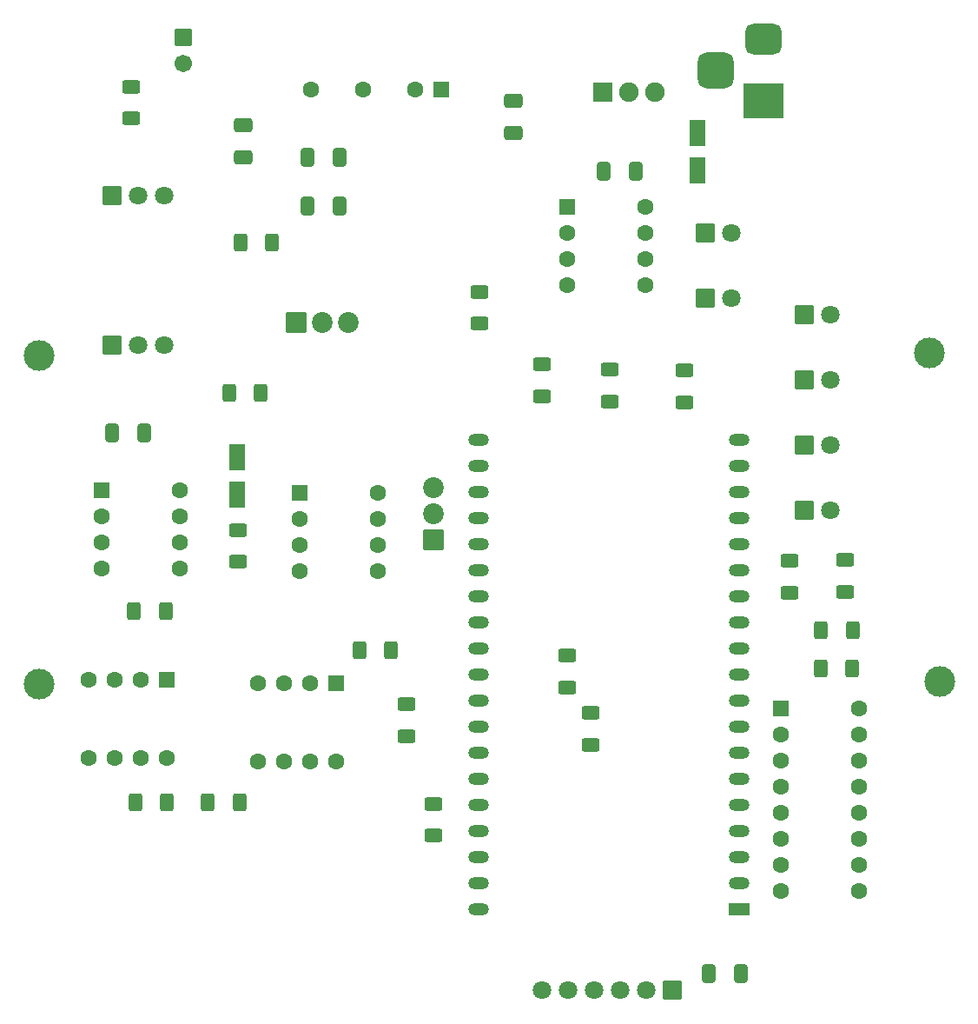
<source format=gbr>
%TF.GenerationSoftware,KiCad,Pcbnew,8.0.8*%
%TF.CreationDate,2025-02-05T15:07:18-06:00*%
%TF.ProjectId,DMXtoMotionPCB_V3,444d5874-6f4d-46f7-9469-6f6e5043425f,rev?*%
%TF.SameCoordinates,Original*%
%TF.FileFunction,Soldermask,Top*%
%TF.FilePolarity,Negative*%
%FSLAX46Y46*%
G04 Gerber Fmt 4.6, Leading zero omitted, Abs format (unit mm)*
G04 Created by KiCad (PCBNEW 8.0.8) date 2025-02-05 15:07:18*
%MOMM*%
%LPD*%
G01*
G04 APERTURE LIST*
G04 Aperture macros list*
%AMRoundRect*
0 Rectangle with rounded corners*
0 $1 Rounding radius*
0 $2 $3 $4 $5 $6 $7 $8 $9 X,Y pos of 4 corners*
0 Add a 4 corners polygon primitive as box body*
4,1,4,$2,$3,$4,$5,$6,$7,$8,$9,$2,$3,0*
0 Add four circle primitives for the rounded corners*
1,1,$1+$1,$2,$3*
1,1,$1+$1,$4,$5*
1,1,$1+$1,$6,$7*
1,1,$1+$1,$8,$9*
0 Add four rect primitives between the rounded corners*
20,1,$1+$1,$2,$3,$4,$5,0*
20,1,$1+$1,$4,$5,$6,$7,0*
20,1,$1+$1,$6,$7,$8,$9,0*
20,1,$1+$1,$8,$9,$2,$3,0*%
G04 Aperture macros list end*
%ADD10RoundRect,0.050800X0.960000X-0.960000X0.960000X0.960000X-0.960000X0.960000X-0.960000X-0.960000X0*%
%ADD11C,2.021600*%
%ADD12R,4.000000X3.500000*%
%ADD13RoundRect,0.750000X-1.000000X0.750000X-1.000000X-0.750000X1.000000X-0.750000X1.000000X0.750000X0*%
%ADD14RoundRect,0.875000X-0.875000X0.875000X-0.875000X-0.875000X0.875000X-0.875000X0.875000X0.875000X0*%
%ADD15RoundRect,0.050800X-0.850000X-0.850000X0.850000X-0.850000X0.850000X0.850000X-0.850000X0.850000X0*%
%ADD16C,1.801600*%
%ADD17RoundRect,0.250000X-0.400000X-0.625000X0.400000X-0.625000X0.400000X0.625000X-0.400000X0.625000X0*%
%ADD18RoundRect,0.250000X0.550000X-1.050000X0.550000X1.050000X-0.550000X1.050000X-0.550000X-1.050000X0*%
%ADD19RoundRect,0.250000X-0.625000X0.400000X-0.625000X-0.400000X0.625000X-0.400000X0.625000X0.400000X0*%
%ADD20RoundRect,0.250000X0.650000X-0.412500X0.650000X0.412500X-0.650000X0.412500X-0.650000X-0.412500X0*%
%ADD21RoundRect,0.050800X-0.750000X-0.750000X0.750000X-0.750000X0.750000X0.750000X-0.750000X0.750000X0*%
%ADD22C,1.601600*%
%ADD23RoundRect,0.250000X-0.412500X-0.650000X0.412500X-0.650000X0.412500X0.650000X-0.412500X0.650000X0*%
%ADD24RoundRect,0.250000X-0.550042X1.049978X-0.549958X-1.050022X0.550042X-1.049978X0.549958X1.050022X0*%
%ADD25RoundRect,0.050800X0.850000X0.850000X-0.850000X0.850000X-0.850000X-0.850000X0.850000X-0.850000X0*%
%ADD26RoundRect,0.250000X0.625000X-0.400000X0.625000X0.400000X-0.625000X0.400000X-0.625000X-0.400000X0*%
%ADD27RoundRect,0.050800X0.750000X-0.750000X0.750000X0.750000X-0.750000X0.750000X-0.750000X-0.750000X0*%
%ADD28C,3.000000*%
%ADD29RoundRect,0.250000X0.625007X-0.399989X0.624993X0.400011X-0.625007X0.399989X-0.624993X-0.400011X0*%
%ADD30RoundRect,0.050800X0.750000X0.750000X-0.750000X0.750000X-0.750000X-0.750000X0.750000X-0.750000X0*%
%ADD31R,2.000000X1.200000*%
%ADD32O,2.000000X1.200000*%
%ADD33RoundRect,0.250000X0.412500X0.650000X-0.412500X0.650000X-0.412500X-0.650000X0.412500X-0.650000X0*%
%ADD34RoundRect,0.050800X-0.900000X-0.900000X0.900000X-0.900000X0.900000X0.900000X-0.900000X0.900000X0*%
%ADD35C,1.901600*%
%ADD36RoundRect,0.250000X0.400000X0.625000X-0.400000X0.625000X-0.400000X-0.625000X0.400000X-0.625000X0*%
%ADD37RoundRect,0.250000X-0.650000X0.412500X-0.650000X-0.412500X0.650000X-0.412500X0.650000X0.412500X0*%
%ADD38RoundRect,0.050800X-0.849975X-0.850025X0.850025X-0.849975X0.849975X0.850025X-0.850025X0.849975X0*%
%ADD39RoundRect,0.250000X-0.625010X0.399984X-0.624990X-0.400016X0.625010X-0.399984X0.624990X0.400016X0*%
%ADD40RoundRect,0.250000X-0.625003X0.399995X-0.624997X-0.400005X0.625003X-0.399995X0.624997X0.400005X0*%
%ADD41RoundRect,0.050800X-0.800000X-0.800000X0.800000X-0.800000X0.800000X0.800000X-0.800000X0.800000X0*%
%ADD42C,1.701600*%
%ADD43RoundRect,0.050800X-0.960000X-0.960000X0.960000X-0.960000X0.960000X0.960000X-0.960000X0.960000X0*%
%ADD44RoundRect,0.250000X0.412486X0.650009X-0.412514X0.649991X-0.412486X-0.650009X0.412514X-0.649991X0*%
G04 APERTURE END LIST*
D10*
%TO.C,S4*%
X141460000Y-106930000D03*
D11*
X141460000Y-104390000D03*
X141460000Y-101850000D03*
%TD*%
D12*
%TO.C,J1*%
X173680000Y-64220000D03*
D13*
X173680000Y-58220000D03*
D14*
X168980000Y-61220000D03*
%TD*%
D15*
%TO.C,J6*%
X167987500Y-83369500D03*
D16*
X170527500Y-83369500D03*
%TD*%
D17*
%TO.C,R13*%
X134251100Y-117703600D03*
X137351100Y-117703600D03*
%TD*%
D18*
%TO.C,C5*%
X122310000Y-102540000D03*
X122310000Y-98940000D03*
%TD*%
D17*
%TO.C,R5*%
X112400000Y-132540000D03*
X115500000Y-132540000D03*
%TD*%
D19*
%TO.C,R3*%
X141516100Y-132663600D03*
X141516100Y-135763600D03*
%TD*%
D15*
%TO.C,J4*%
X177617000Y-97751000D03*
D16*
X180157000Y-97751000D03*
%TD*%
D20*
%TO.C,C1*%
X122930000Y-69682500D03*
X122930000Y-66557500D03*
%TD*%
D21*
%TO.C,VO2*%
X115481100Y-120561100D03*
D22*
X112941100Y-120561100D03*
X110401100Y-120561100D03*
X107861100Y-120561100D03*
X107861100Y-128181100D03*
X110401100Y-128181100D03*
X112941100Y-128181100D03*
X115481100Y-128181100D03*
%TD*%
D23*
%TO.C,C7*%
X168337500Y-149200000D03*
X171462500Y-149200000D03*
%TD*%
D24*
%TO.C,C4*%
X167233515Y-67326133D03*
X167233661Y-70926133D03*
%TD*%
D25*
%TO.C,J5*%
X164760000Y-150830000D03*
D16*
X162220000Y-150830000D03*
X159680000Y-150830000D03*
X157140000Y-150830000D03*
X154600000Y-150830000D03*
X152060000Y-150830000D03*
%TD*%
D26*
%TO.C,R19*%
X158630000Y-93490000D03*
X158630000Y-90390000D03*
%TD*%
D27*
%TO.C,U2*%
X109131100Y-102146100D03*
D22*
X109131100Y-104686100D03*
X109131100Y-107226100D03*
X109131100Y-109766100D03*
X116751100Y-109766100D03*
X116751100Y-107226100D03*
X116751100Y-104686100D03*
X116751100Y-102146100D03*
%TD*%
D19*
%TO.C,R14*%
X176190000Y-108970000D03*
X176190000Y-112070000D03*
%TD*%
D28*
%TO.C,@HOLE1*%
X103001100Y-121003600D03*
%TD*%
D17*
%TO.C,R4*%
X112270000Y-113910000D03*
X115370000Y-113910000D03*
%TD*%
D15*
%TO.C,J3*%
X110150000Y-88010000D03*
D16*
X112690000Y-88010000D03*
X115230000Y-88010000D03*
%TD*%
D27*
%TO.C,U5*%
X154533600Y-74523600D03*
D22*
X154533600Y-77063600D03*
X154533600Y-79603600D03*
X154533600Y-82143600D03*
X162153600Y-82143600D03*
X162153600Y-79603600D03*
X162153600Y-77063600D03*
X162153600Y-74523600D03*
%TD*%
D27*
%TO.C,VO4*%
X175380000Y-123410000D03*
D22*
X175380000Y-125950000D03*
X175380000Y-128490000D03*
X175380000Y-131030000D03*
X175380000Y-133570000D03*
X175380000Y-136110000D03*
X175380000Y-138650000D03*
X175380000Y-141190000D03*
X183000000Y-141190000D03*
X183000000Y-138650000D03*
X183000000Y-136110000D03*
X183000000Y-133570000D03*
X183000000Y-131030000D03*
X183000000Y-128490000D03*
X183000000Y-125950000D03*
X183000000Y-123410000D03*
%TD*%
D28*
%TO.C,@HOLE3*%
X190820000Y-120720000D03*
%TD*%
D29*
%TO.C,R8*%
X122450028Y-109090000D03*
X122449972Y-105990000D03*
%TD*%
D17*
%TO.C,R7*%
X121551100Y-92621100D03*
X124651100Y-92621100D03*
%TD*%
D30*
%TO.C,U1*%
X142202600Y-63093600D03*
D22*
X139662600Y-63093600D03*
X134582600Y-63093600D03*
X129502600Y-63093600D03*
%TD*%
D26*
%TO.C,R20*%
X145990000Y-85900000D03*
X145990000Y-82800000D03*
%TD*%
D19*
%TO.C,R10*%
X154490000Y-118240000D03*
X154490000Y-121340000D03*
%TD*%
D31*
%TO.C,U6*%
X171270000Y-142960000D03*
D32*
X171270000Y-140420000D03*
X171270000Y-137880000D03*
X171270000Y-135340000D03*
X171270000Y-132800000D03*
X171270000Y-130260000D03*
X171270000Y-127720000D03*
X171270000Y-125180000D03*
X171270000Y-122640000D03*
X171270000Y-120100000D03*
X171270000Y-117560000D03*
X171270000Y-115020000D03*
X171270000Y-112480000D03*
X171270000Y-109940000D03*
X171270000Y-107400000D03*
X171270000Y-104860000D03*
X171270000Y-102320000D03*
X171270000Y-99780000D03*
X171270000Y-97240000D03*
X145873680Y-97242720D03*
X145873680Y-99782720D03*
X145870000Y-102320000D03*
X145870000Y-104860000D03*
X145870000Y-107400000D03*
X145870000Y-109940000D03*
X145870000Y-112480000D03*
X145870000Y-115020000D03*
X145870000Y-117560000D03*
X145870000Y-120100000D03*
X145870000Y-122640000D03*
X145870000Y-125180000D03*
X145870000Y-127720000D03*
X145870000Y-130260000D03*
X145870000Y-132800000D03*
X145870000Y-135340000D03*
X145870000Y-137880000D03*
X145870000Y-140420000D03*
X145870000Y-142960000D03*
%TD*%
D33*
%TO.C,C8*%
X113272500Y-96520000D03*
X110147500Y-96520000D03*
%TD*%
D34*
%TO.C,U4*%
X158026100Y-63306100D03*
D35*
X163106100Y-63306100D03*
X160566100Y-63306100D03*
%TD*%
D36*
%TO.C,R15*%
X182360000Y-115770000D03*
X179260000Y-115770000D03*
%TD*%
D37*
%TO.C,C9*%
X149250000Y-64187500D03*
X149250000Y-67312500D03*
%TD*%
D19*
%TO.C,R17*%
X181600000Y-108910000D03*
X181600000Y-112010000D03*
%TD*%
D23*
%TO.C,C3*%
X129237500Y-74460000D03*
X132362500Y-74460000D03*
%TD*%
D38*
%TO.C,J8*%
X177617000Y-104102037D03*
D16*
X180157000Y-104101963D03*
%TD*%
D28*
%TO.C,@HOLE0*%
X103001100Y-89003600D03*
%TD*%
D17*
%TO.C,R6*%
X119480000Y-132540000D03*
X122580000Y-132540000D03*
%TD*%
D38*
%TO.C,J7*%
X167987500Y-77019537D03*
D16*
X170527500Y-77019463D03*
%TD*%
D19*
%TO.C,R9*%
X156780000Y-123830000D03*
X156780000Y-126930000D03*
%TD*%
D15*
%TO.C,J10*%
X177617000Y-91400000D03*
D16*
X180157000Y-91400000D03*
%TD*%
D39*
%TO.C,R1*%
X111988560Y-62813600D03*
D40*
X111988640Y-65913600D03*
%TD*%
D15*
%TO.C,J9*%
X177617000Y-85049500D03*
D16*
X180157000Y-85049500D03*
%TD*%
D27*
%TO.C,VO1*%
X128440000Y-102340000D03*
D22*
X128440000Y-104880000D03*
X128440000Y-107420000D03*
X128440000Y-109960000D03*
X136060000Y-109960000D03*
X136060000Y-107420000D03*
X136060000Y-104880000D03*
X136060000Y-102340000D03*
%TD*%
D36*
%TO.C,R16*%
X182330000Y-119460000D03*
X179230000Y-119460000D03*
%TD*%
D17*
%TO.C,R12*%
X122670000Y-78010000D03*
X125770000Y-78010000D03*
%TD*%
D41*
%TO.C,D1*%
X117068600Y-58013600D03*
D42*
X117068600Y-60553600D03*
%TD*%
D43*
%TO.C,S3*%
X128060000Y-85800000D03*
D11*
X130600000Y-85800000D03*
X133140000Y-85800000D03*
%TD*%
D23*
%TO.C,C2*%
X129227500Y-69680000D03*
X132352500Y-69680000D03*
%TD*%
D21*
%TO.C,VO3*%
X131991100Y-120878600D03*
D22*
X129451100Y-120878600D03*
X126911100Y-120878600D03*
X124371100Y-120878600D03*
X124371100Y-128498600D03*
X126911100Y-128498600D03*
X129451100Y-128498600D03*
X131991100Y-128498600D03*
%TD*%
D19*
%TO.C,R18*%
X165930000Y-90450000D03*
X165930000Y-93550000D03*
%TD*%
D26*
%TO.C,R2*%
X138860000Y-126090000D03*
X138860000Y-122990000D03*
%TD*%
D19*
%TO.C,R21*%
X152030000Y-89840000D03*
X152030000Y-92940000D03*
%TD*%
D28*
%TO.C,@HOLE2*%
X189820000Y-88720000D03*
%TD*%
D15*
%TO.C,J2*%
X110150000Y-73450000D03*
D16*
X112690000Y-73450000D03*
X115230000Y-73450000D03*
%TD*%
D44*
%TO.C,C6*%
X161176100Y-71031066D03*
X158051100Y-71031134D03*
%TD*%
M02*

</source>
